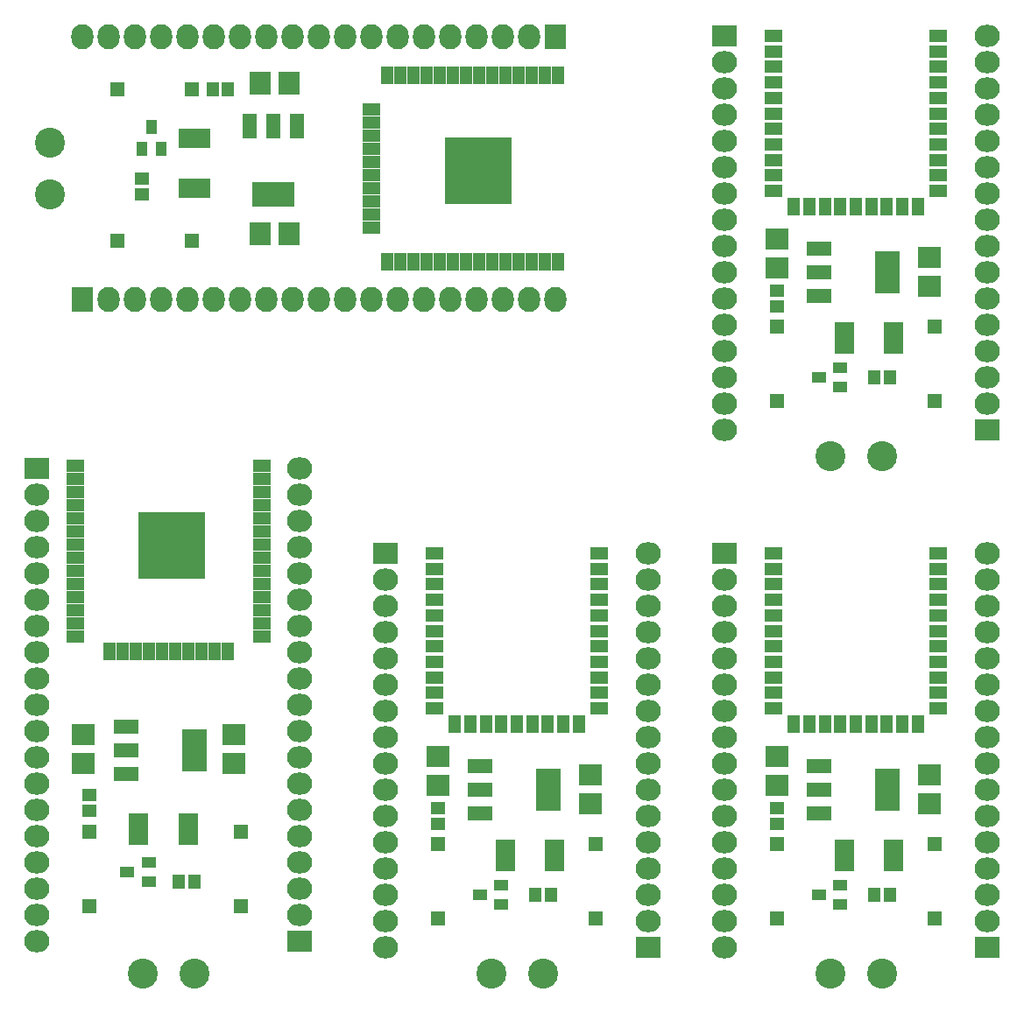
<source format=gts>
G04 #@! TF.FileFunction,Soldermask,Top*
%FSLAX46Y46*%
G04 Gerber Fmt 4.6, Leading zero omitted, Abs format (unit mm)*
G04 Created by KiCad (PCBNEW no-vcs-found-undefined) date Sat Nov  5 20:33:03 2016*
%MOMM*%
%LPD*%
G01*
G04 APERTURE LIST*
%ADD10C,0.100000*%
%ADD11C,2.900000*%
%ADD12C,1.200000*%
%ADD13R,1.750000X1.300000*%
%ADD14R,1.300000X1.750000*%
%ADD15R,6.400000X6.400000*%
%ADD16R,2.432000X2.127200*%
%ADD17O,2.432000X2.127200*%
%ADD18R,1.400760X0.999440*%
%ADD19R,1.400760X1.299160*%
%ADD20R,1.299160X1.400760*%
%ADD21R,1.400760X1.400760*%
%ADD22R,2.432000X1.416000*%
%ADD23R,2.432000X4.057600*%
%ADD24R,1.901140X3.100020*%
%ADD25R,2.203400X2.000200*%
%ADD26R,2.000200X2.203400*%
%ADD27R,3.100020X1.901140*%
%ADD28R,1.416000X2.432000*%
%ADD29R,4.057600X2.432000*%
%ADD30R,0.999440X1.400760*%
%ADD31R,2.127200X2.432000*%
%ADD32O,2.127200X2.432000*%
G04 APERTURE END LIST*
D10*
D11*
X105812000Y-135517000D03*
X100812000Y-135517000D03*
X105812000Y-185555000D03*
X100812000Y-185555000D03*
X25342000Y-110183000D03*
X25342000Y-105183000D03*
X39370000Y-185547000D03*
X34370000Y-185547000D03*
X73046000Y-185555000D03*
X68046000Y-185555000D03*
D12*
X39117000Y-142108000D03*
X39117000Y-143108000D03*
X39117000Y-144108000D03*
X39117000Y-145108000D03*
X39117000Y-146108000D03*
X37117000Y-142108000D03*
X37117000Y-143108000D03*
X37117000Y-144108000D03*
X37117000Y-145108000D03*
X37117000Y-146108000D03*
X38117000Y-146108000D03*
X38117000Y-145108000D03*
X38117000Y-144108000D03*
X38117000Y-143108000D03*
X38117000Y-142108000D03*
X36117000Y-142108000D03*
X36117000Y-143108000D03*
X36117000Y-144108000D03*
X36117000Y-145108000D03*
X36117000Y-146108000D03*
X35117000Y-146108000D03*
X35117000Y-145108000D03*
X35117000Y-144108000D03*
X35117000Y-143108000D03*
D13*
X45847000Y-136398000D03*
X45847000Y-137668000D03*
X45847000Y-138938000D03*
X45847000Y-140208000D03*
X45847000Y-141478000D03*
X45847000Y-142748000D03*
X45847000Y-144018000D03*
X45847000Y-145288000D03*
X45847000Y-146558000D03*
X45847000Y-147828000D03*
X45847000Y-149098000D03*
X45847000Y-150368000D03*
X45847000Y-151638000D03*
X45847000Y-152908000D03*
D14*
X42547000Y-154408000D03*
X41277000Y-154408000D03*
X40007000Y-154408000D03*
X38737000Y-154408000D03*
X37467000Y-154408000D03*
X36197000Y-154408000D03*
X34927000Y-154408000D03*
X33657000Y-154408000D03*
X32387000Y-154408000D03*
X31117000Y-154408000D03*
D13*
X27817000Y-152908000D03*
X27817000Y-151638000D03*
X27817000Y-150368000D03*
X27817000Y-149098000D03*
X27817000Y-147828000D03*
X27817000Y-146558000D03*
X27817000Y-145288000D03*
X27817000Y-144018000D03*
X27817000Y-142748000D03*
X27817000Y-141478000D03*
X27817000Y-140208000D03*
X27817000Y-138938000D03*
X27817000Y-137668000D03*
X27817000Y-136398000D03*
D15*
X37117000Y-144108000D03*
D12*
X35117000Y-142108000D03*
X68781000Y-109930000D03*
X67781000Y-109930000D03*
X66781000Y-109930000D03*
X65781000Y-109930000D03*
X64781000Y-109930000D03*
X68781000Y-107930000D03*
X67781000Y-107930000D03*
X66781000Y-107930000D03*
X65781000Y-107930000D03*
X64781000Y-107930000D03*
X64781000Y-108930000D03*
X65781000Y-108930000D03*
X66781000Y-108930000D03*
X67781000Y-108930000D03*
X68781000Y-108930000D03*
X68781000Y-106930000D03*
X67781000Y-106930000D03*
X66781000Y-106930000D03*
X65781000Y-106930000D03*
X64781000Y-106930000D03*
X64781000Y-105930000D03*
X65781000Y-105930000D03*
X66781000Y-105930000D03*
X67781000Y-105930000D03*
D14*
X74491000Y-116660000D03*
X73221000Y-116660000D03*
X71951000Y-116660000D03*
X70681000Y-116660000D03*
X69411000Y-116660000D03*
X68141000Y-116660000D03*
X66871000Y-116660000D03*
X65601000Y-116660000D03*
X64331000Y-116660000D03*
X63061000Y-116660000D03*
X61791000Y-116660000D03*
X60521000Y-116660000D03*
X59251000Y-116660000D03*
X57981000Y-116660000D03*
D13*
X56481000Y-113360000D03*
X56481000Y-112090000D03*
X56481000Y-110820000D03*
X56481000Y-109550000D03*
X56481000Y-108280000D03*
X56481000Y-107010000D03*
X56481000Y-105740000D03*
X56481000Y-104470000D03*
X56481000Y-103200000D03*
X56481000Y-101930000D03*
D14*
X57981000Y-98630000D03*
X59251000Y-98630000D03*
X60521000Y-98630000D03*
X61791000Y-98630000D03*
X63061000Y-98630000D03*
X64331000Y-98630000D03*
X65601000Y-98630000D03*
X66871000Y-98630000D03*
X68141000Y-98630000D03*
X69411000Y-98630000D03*
X70681000Y-98630000D03*
X71951000Y-98630000D03*
X73221000Y-98630000D03*
X74491000Y-98630000D03*
D15*
X66781000Y-107930000D03*
D12*
X68781000Y-105930000D03*
D13*
X78509400Y-159891600D03*
X78509400Y-158391600D03*
X78509400Y-156891600D03*
X78509400Y-155391600D03*
X78509400Y-153891600D03*
X78509400Y-152391600D03*
X78509400Y-150891600D03*
X78509400Y-149391600D03*
X78509400Y-147891600D03*
X78509400Y-146391600D03*
X78509400Y-144891600D03*
X62509400Y-144891600D03*
X62509400Y-146391600D03*
X62509400Y-147891600D03*
X62509400Y-149391600D03*
X62509400Y-150891600D03*
X62509400Y-152391600D03*
X62509400Y-153891600D03*
X62509400Y-155391600D03*
X62509400Y-156891600D03*
X62509400Y-158391600D03*
X62509400Y-159891600D03*
D14*
X76509400Y-161391600D03*
X75009400Y-161391600D03*
X73509400Y-161391600D03*
X72009400Y-161391600D03*
X70509400Y-161391600D03*
X69009400Y-161391600D03*
X67509400Y-161391600D03*
X66009400Y-161391600D03*
X64509400Y-161391600D03*
D13*
X111275400Y-159891600D03*
X111275400Y-158391600D03*
X111275400Y-156891600D03*
X111275400Y-155391600D03*
X111275400Y-153891600D03*
X111275400Y-152391600D03*
X111275400Y-150891600D03*
X111275400Y-149391600D03*
X111275400Y-147891600D03*
X111275400Y-146391600D03*
X111275400Y-144891600D03*
X95275400Y-144891600D03*
X95275400Y-146391600D03*
X95275400Y-147891600D03*
X95275400Y-149391600D03*
X95275400Y-150891600D03*
X95275400Y-152391600D03*
X95275400Y-153891600D03*
X95275400Y-155391600D03*
X95275400Y-156891600D03*
X95275400Y-158391600D03*
X95275400Y-159891600D03*
D14*
X109275400Y-161391600D03*
X107775400Y-161391600D03*
X106275400Y-161391600D03*
X104775400Y-161391600D03*
X103275400Y-161391600D03*
X101775400Y-161391600D03*
X100275400Y-161391600D03*
X98775400Y-161391600D03*
X97275400Y-161391600D03*
D13*
X111275400Y-109853600D03*
X111275400Y-108353600D03*
X111275400Y-106853600D03*
X111275400Y-105353600D03*
X111275400Y-103853600D03*
X111275400Y-102353600D03*
X111275400Y-100853600D03*
X111275400Y-99353600D03*
X111275400Y-97853600D03*
X111275400Y-96353600D03*
X111275400Y-94853600D03*
X95275400Y-94853600D03*
X95275400Y-96353600D03*
X95275400Y-97853600D03*
X95275400Y-99353600D03*
X95275400Y-100853600D03*
X95275400Y-102353600D03*
X95275400Y-103853600D03*
X95275400Y-105353600D03*
X95275400Y-106853600D03*
X95275400Y-108353600D03*
X95275400Y-109853600D03*
D14*
X109275400Y-111353600D03*
X107775400Y-111353600D03*
X106275400Y-111353600D03*
X104775400Y-111353600D03*
X103275400Y-111353600D03*
X101775400Y-111353600D03*
X100275400Y-111353600D03*
X98775400Y-111353600D03*
X97275400Y-111353600D03*
D16*
X90576400Y-94843600D03*
D17*
X90576400Y-97383600D03*
X90576400Y-99923600D03*
X90576400Y-102463600D03*
X90576400Y-105003600D03*
X90576400Y-107543600D03*
X90576400Y-110083600D03*
X90576400Y-112623600D03*
X90576400Y-115163600D03*
X90576400Y-117703600D03*
X90576400Y-120243600D03*
X90576400Y-122783600D03*
X90576400Y-125323600D03*
X90576400Y-127863600D03*
X90576400Y-130403600D03*
X90576400Y-132943600D03*
X115976400Y-94843600D03*
X115976400Y-97383600D03*
X115976400Y-99923600D03*
X115976400Y-102463600D03*
X115976400Y-105003600D03*
X115976400Y-107543600D03*
X115976400Y-110083600D03*
X115976400Y-112623600D03*
X115976400Y-115163600D03*
X115976400Y-117703600D03*
X115976400Y-120243600D03*
X115976400Y-122783600D03*
X115976400Y-125323600D03*
X115976400Y-127863600D03*
X115976400Y-130403600D03*
D16*
X115976400Y-132943600D03*
D18*
X101793040Y-128816100D03*
X99679760Y-127863600D03*
X101793040Y-126911100D03*
D19*
X95656400Y-120995440D03*
X95656400Y-119491760D03*
D20*
X106568240Y-127863600D03*
X105064560Y-127863600D03*
D21*
X95656400Y-130192780D03*
X95656400Y-122994420D03*
X110896400Y-130192780D03*
X110896400Y-122994420D03*
D22*
X99720400Y-115417600D03*
X99720400Y-119989600D03*
X99720400Y-117703600D03*
D23*
X106324400Y-117703600D03*
D24*
X102146100Y-124053600D03*
X106946700Y-124053600D03*
D25*
X110388400Y-116306600D03*
X110388400Y-119100600D03*
X95656400Y-117322600D03*
X95656400Y-114528600D03*
X95656400Y-164566600D03*
X95656400Y-167360600D03*
X110388400Y-169138600D03*
X110388400Y-166344600D03*
D24*
X106946700Y-174091600D03*
X102146100Y-174091600D03*
D23*
X106324400Y-167741600D03*
D22*
X99720400Y-167741600D03*
X99720400Y-170027600D03*
X99720400Y-165455600D03*
D21*
X110896400Y-173032420D03*
X110896400Y-180230780D03*
X95656400Y-173032420D03*
X95656400Y-180230780D03*
D20*
X105064560Y-177901600D03*
X106568240Y-177901600D03*
D19*
X95656400Y-169529760D03*
X95656400Y-171033440D03*
D18*
X101793040Y-176949100D03*
X99679760Y-177901600D03*
X101793040Y-178854100D03*
D16*
X115976400Y-182981600D03*
D17*
X115976400Y-180441600D03*
X115976400Y-177901600D03*
X115976400Y-175361600D03*
X115976400Y-172821600D03*
X115976400Y-170281600D03*
X115976400Y-167741600D03*
X115976400Y-165201600D03*
X115976400Y-162661600D03*
X115976400Y-160121600D03*
X115976400Y-157581600D03*
X115976400Y-155041600D03*
X115976400Y-152501600D03*
X115976400Y-149961600D03*
X115976400Y-147421600D03*
X115976400Y-144881600D03*
X90576400Y-182981600D03*
X90576400Y-180441600D03*
X90576400Y-177901600D03*
X90576400Y-175361600D03*
X90576400Y-172821600D03*
X90576400Y-170281600D03*
X90576400Y-167741600D03*
X90576400Y-165201600D03*
X90576400Y-162661600D03*
X90576400Y-160121600D03*
X90576400Y-157581600D03*
X90576400Y-155041600D03*
X90576400Y-152501600D03*
X90576400Y-149961600D03*
X90576400Y-147421600D03*
D16*
X90576400Y-144881600D03*
D26*
X48456000Y-113993000D03*
X45662000Y-113993000D03*
X48456000Y-99388000D03*
X45662000Y-99388000D03*
D27*
X39312000Y-104747400D03*
X39312000Y-109548000D03*
D28*
X49218000Y-103579000D03*
X44646000Y-103579000D03*
X46932000Y-103579000D03*
D29*
X46932000Y-110183000D03*
D21*
X39101180Y-114628000D03*
X31902820Y-114628000D03*
X31902820Y-100023000D03*
X39101180Y-100023000D03*
D19*
X34232000Y-108679320D03*
X34232000Y-110183000D03*
D20*
X42593680Y-100023000D03*
X41090000Y-100023000D03*
D30*
X34232000Y-105738000D03*
X35184500Y-103624720D03*
X36137000Y-105738000D03*
D31*
X28517000Y-120343000D03*
D32*
X31057000Y-120343000D03*
X33597000Y-120343000D03*
X36137000Y-120343000D03*
X38677000Y-120343000D03*
X41217000Y-120343000D03*
X43757000Y-120343000D03*
X46297000Y-120343000D03*
X48837000Y-120343000D03*
X51377000Y-120343000D03*
X53917000Y-120343000D03*
X56457000Y-120343000D03*
X58997000Y-120343000D03*
X61537000Y-120343000D03*
X64077000Y-120343000D03*
X66617000Y-120343000D03*
X69157000Y-120343000D03*
X71697000Y-120343000D03*
X74237000Y-120343000D03*
X28517000Y-94943000D03*
X31057000Y-94943000D03*
X33597000Y-94943000D03*
X36137000Y-94943000D03*
X38677000Y-94943000D03*
X41217000Y-94943000D03*
X43757000Y-94943000D03*
X46297000Y-94943000D03*
X48837000Y-94943000D03*
X51377000Y-94943000D03*
X53917000Y-94943000D03*
X56457000Y-94943000D03*
X58997000Y-94943000D03*
X61537000Y-94943000D03*
X64077000Y-94943000D03*
X66617000Y-94943000D03*
X69157000Y-94943000D03*
X71697000Y-94943000D03*
D31*
X74237000Y-94943000D03*
D16*
X24130000Y-136652000D03*
D17*
X24130000Y-139192000D03*
X24130000Y-141732000D03*
X24130000Y-144272000D03*
X24130000Y-146812000D03*
X24130000Y-149352000D03*
X24130000Y-151892000D03*
X24130000Y-154432000D03*
X24130000Y-156972000D03*
X24130000Y-159512000D03*
X24130000Y-162052000D03*
X24130000Y-164592000D03*
X24130000Y-167132000D03*
X24130000Y-169672000D03*
X24130000Y-172212000D03*
X24130000Y-174752000D03*
X24130000Y-177292000D03*
X24130000Y-179832000D03*
X24130000Y-182372000D03*
X49530000Y-136652000D03*
X49530000Y-139192000D03*
X49530000Y-141732000D03*
X49530000Y-144272000D03*
X49530000Y-146812000D03*
X49530000Y-149352000D03*
X49530000Y-151892000D03*
X49530000Y-154432000D03*
X49530000Y-156972000D03*
X49530000Y-159512000D03*
X49530000Y-162052000D03*
X49530000Y-164592000D03*
X49530000Y-167132000D03*
X49530000Y-169672000D03*
X49530000Y-172212000D03*
X49530000Y-174752000D03*
X49530000Y-177292000D03*
X49530000Y-179832000D03*
D16*
X49530000Y-182372000D03*
X57810400Y-144881600D03*
D17*
X57810400Y-147421600D03*
X57810400Y-149961600D03*
X57810400Y-152501600D03*
X57810400Y-155041600D03*
X57810400Y-157581600D03*
X57810400Y-160121600D03*
X57810400Y-162661600D03*
X57810400Y-165201600D03*
X57810400Y-167741600D03*
X57810400Y-170281600D03*
X57810400Y-172821600D03*
X57810400Y-175361600D03*
X57810400Y-177901600D03*
X57810400Y-180441600D03*
X57810400Y-182981600D03*
X83210400Y-144881600D03*
X83210400Y-147421600D03*
X83210400Y-149961600D03*
X83210400Y-152501600D03*
X83210400Y-155041600D03*
X83210400Y-157581600D03*
X83210400Y-160121600D03*
X83210400Y-162661600D03*
X83210400Y-165201600D03*
X83210400Y-167741600D03*
X83210400Y-170281600D03*
X83210400Y-172821600D03*
X83210400Y-175361600D03*
X83210400Y-177901600D03*
X83210400Y-180441600D03*
D16*
X83210400Y-182981600D03*
D18*
X34925000Y-174752000D03*
X32811720Y-175704500D03*
X34925000Y-176657000D03*
X69027040Y-178854100D03*
X66913760Y-177901600D03*
X69027040Y-176949100D03*
D19*
X29210000Y-169799000D03*
X29210000Y-168295320D03*
D20*
X39370000Y-176657000D03*
X37866320Y-176657000D03*
D19*
X62890400Y-171033440D03*
X62890400Y-169529760D03*
D20*
X73802240Y-177901600D03*
X72298560Y-177901600D03*
D21*
X29210000Y-171787820D03*
X29210000Y-178986180D03*
X43815000Y-178986180D03*
X43815000Y-171787820D03*
X62890400Y-180230780D03*
X62890400Y-173032420D03*
X78130400Y-180230780D03*
X78130400Y-173032420D03*
D23*
X39370000Y-163957000D03*
D22*
X32766000Y-163957000D03*
X32766000Y-166243000D03*
X32766000Y-161671000D03*
X66954400Y-165455600D03*
X66954400Y-170027600D03*
X66954400Y-167741600D03*
D23*
X73558400Y-167741600D03*
D24*
X38735000Y-171577000D03*
X33934400Y-171577000D03*
X69380100Y-174091600D03*
X74180700Y-174091600D03*
D25*
X28575000Y-165227000D03*
X28575000Y-162433000D03*
X43180000Y-165227000D03*
X43180000Y-162433000D03*
X77622400Y-166344600D03*
X77622400Y-169138600D03*
X62890400Y-167360600D03*
X62890400Y-164566600D03*
M02*

</source>
